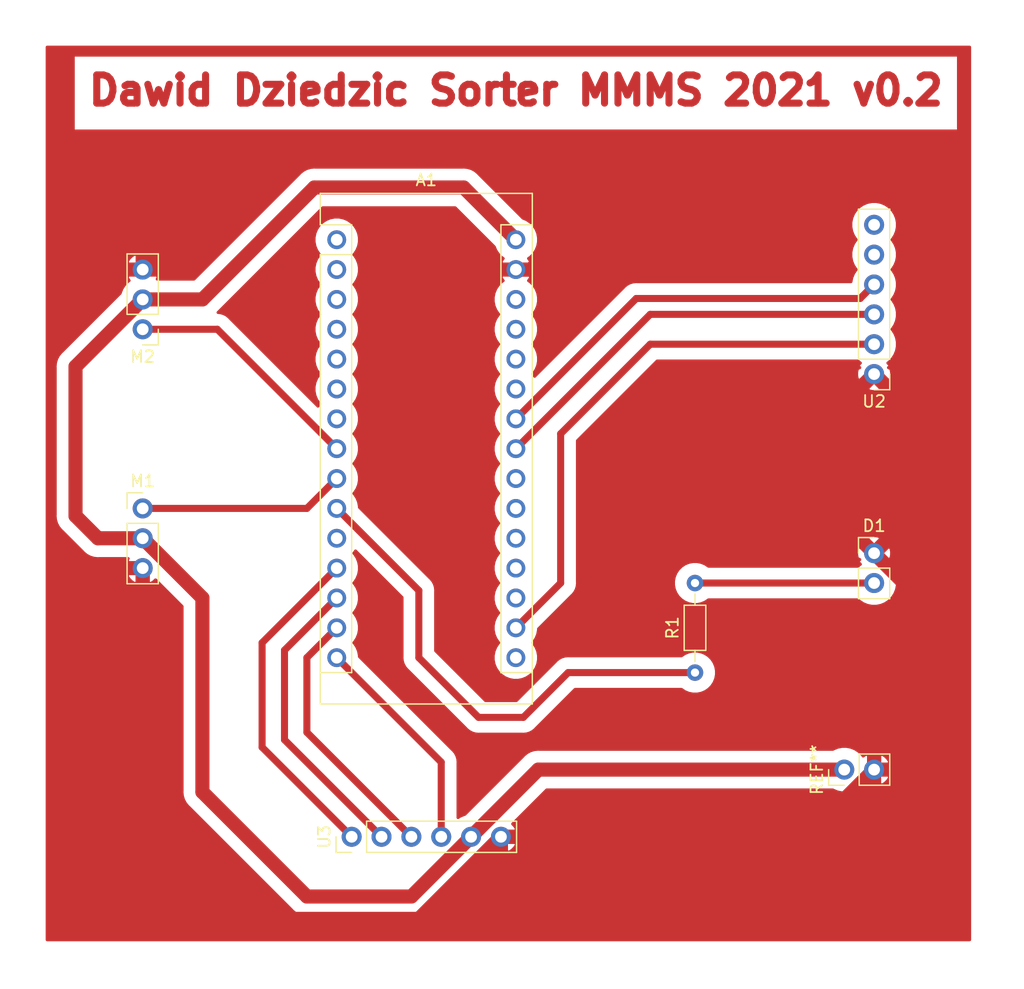
<source format=kicad_pcb>
(kicad_pcb (version 20171130) (host pcbnew 5.1.9)

  (general
    (thickness 1.6)
    (drawings 10)
    (tracks 65)
    (zones 0)
    (modules 8)
    (nets 33)
  )

  (page A4)
  (layers
    (0 F.Cu signal)
    (31 B.Cu signal)
    (32 B.Adhes user)
    (33 F.Adhes user)
    (34 B.Paste user)
    (35 F.Paste user)
    (36 B.SilkS user)
    (37 F.SilkS user)
    (38 B.Mask user)
    (39 F.Mask user)
    (40 Dwgs.User user)
    (41 Cmts.User user)
    (42 Eco1.User user)
    (43 Eco2.User user)
    (44 Edge.Cuts user)
    (45 Margin user)
    (46 B.CrtYd user)
    (47 F.CrtYd user)
    (48 B.Fab user)
    (49 F.Fab user)
  )

  (setup
    (last_trace_width 0.25)
    (user_trace_width 0.6)
    (user_trace_width 1)
    (user_trace_width 1.2)
    (trace_clearance 0.2)
    (zone_clearance 1)
    (zone_45_only no)
    (trace_min 0.2)
    (via_size 0.8)
    (via_drill 0.4)
    (via_min_size 0.4)
    (via_min_drill 0.3)
    (uvia_size 0.3)
    (uvia_drill 0.1)
    (uvias_allowed no)
    (uvia_min_size 0.2)
    (uvia_min_drill 0.1)
    (edge_width 0.1)
    (segment_width 0.2)
    (pcb_text_width 0.3)
    (pcb_text_size 1.5 1.5)
    (mod_edge_width 0.15)
    (mod_text_size 1 1)
    (mod_text_width 0.15)
    (pad_size 1.7 1.7)
    (pad_drill 1)
    (pad_to_mask_clearance 0)
    (aux_axis_origin 0 0)
    (visible_elements FFFFFF7F)
    (pcbplotparams
      (layerselection 0x00000_7fffffff)
      (usegerberextensions false)
      (usegerberattributes true)
      (usegerberadvancedattributes true)
      (creategerberjobfile true)
      (excludeedgelayer true)
      (linewidth 0.100000)
      (plotframeref false)
      (viasonmask false)
      (mode 1)
      (useauxorigin false)
      (hpglpennumber 1)
      (hpglpenspeed 20)
      (hpglpendiameter 15.000000)
      (psnegative false)
      (psa4output false)
      (plotreference true)
      (plotvalue true)
      (plotinvisibletext false)
      (padsonsilk false)
      (subtractmaskfromsilk false)
      (outputformat 1)
      (mirror false)
      (drillshape 0)
      (scaleselection 1)
      (outputdirectory "gerber/"))
  )

  (net 0 "")
  (net 1 "Net-(A1-Pad16)")
  (net 2 "Net-(A1-Pad15)")
  (net 3 +5V)
  (net 4 "Net-(A1-Pad14)")
  (net 5 GND)
  (net 6 "Net-(A1-Pad13)")
  (net 7 "Net-(A1-Pad28)")
  (net 8 "Net-(A1-Pad12)")
  (net 9 "Net-(A1-Pad27)")
  (net 10 "Net-(A1-Pad11)")
  (net 11 "Net-(A1-Pad26)")
  (net 12 "Net-(A1-Pad10)")
  (net 13 "Net-(A1-Pad25)")
  (net 14 "Net-(A1-Pad9)")
  (net 15 SCL)
  (net 16 "Net-(A1-Pad8)")
  (net 17 SDA)
  (net 18 "Net-(A1-Pad7)")
  (net 19 "Net-(A1-Pad22)")
  (net 20 "Net-(A1-Pad6)")
  (net 21 "Net-(A1-Pad21)")
  (net 22 "Net-(A1-Pad5)")
  (net 23 "Net-(A1-Pad20)")
  (net 24 "Net-(A1-Pad4)")
  (net 25 "Net-(A1-Pad19)")
  (net 26 "Net-(A1-Pad3)")
  (net 27 "Net-(A1-Pad18)")
  (net 28 "Net-(A1-Pad2)")
  (net 29 "Net-(A1-Pad17)")
  (net 30 "Net-(A1-Pad1)")
  (net 31 "Net-(D1-Pad2)")
  (net 32 "Net-(U2-Pad6)")

  (net_class Default "To jest domyślna klasa połączeń."
    (clearance 0.2)
    (trace_width 0.25)
    (via_dia 0.8)
    (via_drill 0.4)
    (uvia_dia 0.3)
    (uvia_drill 0.1)
    (add_net +5V)
    (add_net GND)
    (add_net "Net-(A1-Pad1)")
    (add_net "Net-(A1-Pad10)")
    (add_net "Net-(A1-Pad11)")
    (add_net "Net-(A1-Pad12)")
    (add_net "Net-(A1-Pad13)")
    (add_net "Net-(A1-Pad14)")
    (add_net "Net-(A1-Pad15)")
    (add_net "Net-(A1-Pad16)")
    (add_net "Net-(A1-Pad17)")
    (add_net "Net-(A1-Pad18)")
    (add_net "Net-(A1-Pad19)")
    (add_net "Net-(A1-Pad2)")
    (add_net "Net-(A1-Pad20)")
    (add_net "Net-(A1-Pad21)")
    (add_net "Net-(A1-Pad22)")
    (add_net "Net-(A1-Pad25)")
    (add_net "Net-(A1-Pad26)")
    (add_net "Net-(A1-Pad27)")
    (add_net "Net-(A1-Pad28)")
    (add_net "Net-(A1-Pad3)")
    (add_net "Net-(A1-Pad4)")
    (add_net "Net-(A1-Pad5)")
    (add_net "Net-(A1-Pad6)")
    (add_net "Net-(A1-Pad7)")
    (add_net "Net-(A1-Pad8)")
    (add_net "Net-(A1-Pad9)")
    (add_net "Net-(D1-Pad2)")
    (add_net "Net-(U2-Pad6)")
    (add_net SCL)
    (add_net SDA)
  )

  (module Connector_PinHeader_2.54mm:PinHeader_1x06_P2.54mm_Vertical (layer F.Cu) (tedit 609691F4) (tstamp 60959F80)
    (at 175.895 69.85 180)
    (descr "Through hole straight pin header, 1x06, 2.54mm pitch, single row")
    (tags "Through hole pin header THT 1x06 2.54mm single row")
    (path /609193B8)
    (fp_text reference U2 (at 0 -2.33) (layer F.SilkS)
      (effects (font (size 1 1) (thickness 0.15)))
    )
    (fp_text value APDS-9960 (at 0 15.03) (layer F.Fab)
      (effects (font (size 1 1) (thickness 0.15)))
    )
    (fp_line (start -0.635 -1.27) (end 1.27 -1.27) (layer F.Fab) (width 0.1))
    (fp_line (start 1.27 -1.27) (end 1.27 13.97) (layer F.Fab) (width 0.1))
    (fp_line (start 1.27 13.97) (end -1.27 13.97) (layer F.Fab) (width 0.1))
    (fp_line (start -1.27 13.97) (end -1.27 -0.635) (layer F.Fab) (width 0.1))
    (fp_line (start -1.27 -0.635) (end -0.635 -1.27) (layer F.Fab) (width 0.1))
    (fp_line (start -1.33 14.03) (end 1.33 14.03) (layer F.SilkS) (width 0.12))
    (fp_line (start -1.33 1.27) (end -1.33 14.03) (layer F.SilkS) (width 0.12))
    (fp_line (start 1.33 1.27) (end 1.33 14.03) (layer F.SilkS) (width 0.12))
    (fp_line (start -1.33 1.27) (end 1.33 1.27) (layer F.SilkS) (width 0.12))
    (fp_line (start -1.33 0) (end -1.33 -1.33) (layer F.SilkS) (width 0.12))
    (fp_line (start -1.33 -1.33) (end 0 -1.33) (layer F.SilkS) (width 0.12))
    (fp_line (start -1.8 -1.8) (end -1.8 14.5) (layer F.CrtYd) (width 0.05))
    (fp_line (start -1.8 14.5) (end 1.8 14.5) (layer F.CrtYd) (width 0.05))
    (fp_line (start 1.8 14.5) (end 1.8 -1.8) (layer F.CrtYd) (width 0.05))
    (fp_line (start 1.8 -1.8) (end -1.8 -1.8) (layer F.CrtYd) (width 0.05))
    (fp_text user %R (at 0 6.35 90) (layer F.Fab)
      (effects (font (size 1 1) (thickness 0.15)))
    )
    (pad 6 thru_hole oval (at 0 12.7 180) (size 1.7 1.7) (drill 1) (layers *.Cu *.Mask)
      (net 32 "Net-(U2-Pad6)"))
    (pad 5 thru_hole oval (at 0 10.16 180) (size 1.7 1.7) (drill 1) (layers *.Cu *.Mask))
    (pad 4 thru_hole oval (at 0 7.62 180) (size 1.7 1.7) (drill 1) (layers *.Cu *.Mask)
      (net 15 SCL))
    (pad 3 thru_hole oval (at 0 5.08 180) (size 1.7 1.7) (drill 1) (layers *.Cu *.Mask)
      (net 17 SDA))
    (pad 2 thru_hole oval (at 0 2.54 180) (size 1.7 1.7) (drill 1) (layers *.Cu *.Mask)
      (net 29 "Net-(A1-Pad17)"))
    (pad 1 thru_hole circle (at 0 0 180) (size 1.7 1.7) (drill 1) (layers *.Cu *.Mask)
      (net 5 GND))
    (model ${KISYS3DMOD}/Connector_PinHeader_2.54mm.3dshapes/PinHeader_1x06_P2.54mm_Vertical.wrl
      (at (xyz 0 0 0))
      (scale (xyz 1 1 1))
      (rotate (xyz 0 0 0))
    )
  )

  (module Module:Arduino_Nano (layer F.Cu) (tedit 60959B52) (tstamp 60959F13)
    (at 130.175 58.42)
    (descr "Arduino Nano, http://www.mouser.com/pdfdocs/Gravitech_Arduino_Nano3_0.pdf")
    (tags "Arduino Nano")
    (path /609156FA)
    (fp_text reference A1 (at 7.62 -5.08) (layer F.SilkS)
      (effects (font (size 1 1) (thickness 0.15)))
    )
    (fp_text value Arduino_Nano_v3.x (at 8.89 19.05 90) (layer F.Fab)
      (effects (font (size 1 1) (thickness 0.15)))
    )
    (fp_line (start 1.27 1.27) (end 1.27 -1.27) (layer F.SilkS) (width 0.12))
    (fp_line (start 1.27 -1.27) (end -1.4 -1.27) (layer F.SilkS) (width 0.12))
    (fp_line (start -1.4 1.27) (end -1.4 39.5) (layer F.SilkS) (width 0.12))
    (fp_line (start -1.4 -3.94) (end -1.4 -1.27) (layer F.SilkS) (width 0.12))
    (fp_line (start 13.97 -1.27) (end 16.64 -1.27) (layer F.SilkS) (width 0.12))
    (fp_line (start 13.97 -1.27) (end 13.97 36.83) (layer F.SilkS) (width 0.12))
    (fp_line (start 13.97 36.83) (end 16.64 36.83) (layer F.SilkS) (width 0.12))
    (fp_line (start 1.27 1.27) (end -1.4 1.27) (layer F.SilkS) (width 0.12))
    (fp_line (start 1.27 1.27) (end 1.27 36.83) (layer F.SilkS) (width 0.12))
    (fp_line (start 1.27 36.83) (end -1.4 36.83) (layer F.SilkS) (width 0.12))
    (fp_line (start 3.81 31.75) (end 11.43 31.75) (layer F.Fab) (width 0.1))
    (fp_line (start 11.43 31.75) (end 11.43 41.91) (layer F.Fab) (width 0.1))
    (fp_line (start 11.43 41.91) (end 3.81 41.91) (layer F.Fab) (width 0.1))
    (fp_line (start 3.81 41.91) (end 3.81 31.75) (layer F.Fab) (width 0.1))
    (fp_line (start -1.4 39.5) (end 16.64 39.5) (layer F.SilkS) (width 0.12))
    (fp_line (start 16.64 39.5) (end 16.64 -3.94) (layer F.SilkS) (width 0.12))
    (fp_line (start 16.64 -3.94) (end -1.4 -3.94) (layer F.SilkS) (width 0.12))
    (fp_line (start 16.51 39.37) (end -1.27 39.37) (layer F.Fab) (width 0.1))
    (fp_line (start -1.27 39.37) (end -1.27 -2.54) (layer F.Fab) (width 0.1))
    (fp_line (start -1.27 -2.54) (end 0 -3.81) (layer F.Fab) (width 0.1))
    (fp_line (start 0 -3.81) (end 16.51 -3.81) (layer F.Fab) (width 0.1))
    (fp_line (start 16.51 -3.81) (end 16.51 39.37) (layer F.Fab) (width 0.1))
    (fp_line (start -1.53 -4.06) (end 16.75 -4.06) (layer F.CrtYd) (width 0.05))
    (fp_line (start -1.53 -4.06) (end -1.53 42.16) (layer F.CrtYd) (width 0.05))
    (fp_line (start 16.75 42.16) (end 16.75 -4.06) (layer F.CrtYd) (width 0.05))
    (fp_line (start 16.75 42.16) (end -1.53 42.16) (layer F.CrtYd) (width 0.05))
    (fp_text user %R (at 6.35 19.05 90) (layer F.Fab)
      (effects (font (size 1 1) (thickness 0.15)))
    )
    (pad 16 thru_hole oval (at 15.24 35.56) (size 1.6 1.6) (drill 1) (layers *.Cu *.Mask)
      (net 1 "Net-(A1-Pad16)"))
    (pad 15 thru_hole oval (at 0 35.56) (size 1.6 1.6) (drill 1) (layers *.Cu *.Mask)
      (net 2 "Net-(A1-Pad15)"))
    (pad 30 thru_hole oval (at 15.24 0) (size 1.6 1.6) (drill 1) (layers *.Cu *.Mask)
      (net 3 +5V))
    (pad 14 thru_hole oval (at 0 33.02) (size 1.6 1.6) (drill 1) (layers *.Cu *.Mask)
      (net 4 "Net-(A1-Pad14)"))
    (pad 29 thru_hole oval (at 15.24 2.54) (size 1.6 1.6) (drill 1) (layers *.Cu *.Mask)
      (net 5 GND))
    (pad 13 thru_hole oval (at 0 30.48) (size 1.6 1.6) (drill 1) (layers *.Cu *.Mask)
      (net 6 "Net-(A1-Pad13)"))
    (pad 28 thru_hole oval (at 15.24 5.08) (size 1.6 1.6) (drill 1) (layers *.Cu *.Mask)
      (net 7 "Net-(A1-Pad28)"))
    (pad 12 thru_hole oval (at 0 27.94) (size 1.6 1.6) (drill 1) (layers *.Cu *.Mask)
      (net 8 "Net-(A1-Pad12)"))
    (pad 27 thru_hole oval (at 15.24 7.62) (size 1.6 1.6) (drill 1) (layers *.Cu *.Mask)
      (net 9 "Net-(A1-Pad27)"))
    (pad 11 thru_hole oval (at 0 25.4) (size 1.6 1.6) (drill 1) (layers *.Cu *.Mask)
      (net 10 "Net-(A1-Pad11)"))
    (pad 26 thru_hole oval (at 15.24 10.16) (size 1.6 1.6) (drill 1) (layers *.Cu *.Mask)
      (net 11 "Net-(A1-Pad26)"))
    (pad 10 thru_hole oval (at 0 22.86) (size 1.6 1.6) (drill 1) (layers *.Cu *.Mask)
      (net 12 "Net-(A1-Pad10)"))
    (pad 25 thru_hole oval (at 15.24 12.7) (size 1.6 1.6) (drill 1) (layers *.Cu *.Mask)
      (net 13 "Net-(A1-Pad25)"))
    (pad 9 thru_hole oval (at 0 20.32) (size 1.6 1.6) (drill 1) (layers *.Cu *.Mask)
      (net 14 "Net-(A1-Pad9)"))
    (pad 24 thru_hole oval (at 15.24 15.24) (size 1.6 1.6) (drill 1) (layers *.Cu *.Mask)
      (net 15 SCL))
    (pad 8 thru_hole oval (at 0 17.78) (size 1.6 1.6) (drill 1) (layers *.Cu *.Mask)
      (net 16 "Net-(A1-Pad8)"))
    (pad 23 thru_hole oval (at 15.24 17.78) (size 1.6 1.6) (drill 1) (layers *.Cu *.Mask)
      (net 17 SDA))
    (pad 7 thru_hole oval (at 0 15.24) (size 1.6 1.6) (drill 1) (layers *.Cu *.Mask)
      (net 18 "Net-(A1-Pad7)"))
    (pad 22 thru_hole oval (at 15.24 20.32) (size 1.6 1.6) (drill 1) (layers *.Cu *.Mask)
      (net 19 "Net-(A1-Pad22)"))
    (pad 6 thru_hole oval (at 0 12.7) (size 1.6 1.6) (drill 1) (layers *.Cu *.Mask)
      (net 20 "Net-(A1-Pad6)"))
    (pad 21 thru_hole oval (at 15.24 22.86) (size 1.6 1.6) (drill 1) (layers *.Cu *.Mask)
      (net 21 "Net-(A1-Pad21)"))
    (pad 5 thru_hole oval (at 0 10.16) (size 1.6 1.6) (drill 1) (layers *.Cu *.Mask)
      (net 22 "Net-(A1-Pad5)"))
    (pad 20 thru_hole oval (at 15.24 25.4) (size 1.6 1.6) (drill 1) (layers *.Cu *.Mask)
      (net 23 "Net-(A1-Pad20)"))
    (pad 4 thru_hole oval (at 0 7.62) (size 1.6 1.6) (drill 1) (layers *.Cu *.Mask)
      (net 24 "Net-(A1-Pad4)"))
    (pad 19 thru_hole oval (at 15.24 27.94) (size 1.6 1.6) (drill 1) (layers *.Cu *.Mask)
      (net 25 "Net-(A1-Pad19)"))
    (pad 3 thru_hole oval (at 0 5.08) (size 1.6 1.6) (drill 1) (layers *.Cu *.Mask)
      (net 26 "Net-(A1-Pad3)"))
    (pad 18 thru_hole oval (at 15.24 30.48) (size 1.6 1.6) (drill 1) (layers *.Cu *.Mask)
      (net 27 "Net-(A1-Pad18)"))
    (pad 2 thru_hole oval (at 0 2.54) (size 1.6 1.6) (drill 1) (layers *.Cu *.Mask)
      (net 28 "Net-(A1-Pad2)"))
    (pad 17 thru_hole oval (at 15.24 33.02) (size 1.6 1.6) (drill 1) (layers *.Cu *.Mask)
      (net 29 "Net-(A1-Pad17)"))
    (pad 1 thru_hole circle (at 0 0) (size 1.6 1.6) (drill 1) (layers *.Cu *.Mask)
      (net 30 "Net-(A1-Pad1)"))
    (model ${KISYS3DMOD}/Module.3dshapes/Arduino_Nano_WithMountingHoles.wrl
      (at (xyz 0 0 0))
      (scale (xyz 1 1 1))
      (rotate (xyz 0 0 0))
    )
  )

  (module Resistor_THT:R_Axial_DIN0204_L3.6mm_D1.6mm_P7.62mm_Horizontal (layer F.Cu) (tedit 5AE5139B) (tstamp 60964341)
    (at 160.655 95.25 90)
    (descr "Resistor, Axial_DIN0204 series, Axial, Horizontal, pin pitch=7.62mm, 0.167W, length*diameter=3.6*1.6mm^2, http://cdn-reichelt.de/documents/datenblatt/B400/1_4W%23YAG.pdf")
    (tags "Resistor Axial_DIN0204 series Axial Horizontal pin pitch 7.62mm 0.167W length 3.6mm diameter 1.6mm")
    (path /6091E471)
    (fp_text reference R1 (at 3.81 -1.92 90) (layer F.SilkS)
      (effects (font (size 1 1) (thickness 0.15)))
    )
    (fp_text value 180R (at 3.81 1.92 90) (layer F.Fab)
      (effects (font (size 1 1) (thickness 0.15)))
    )
    (fp_line (start 8.57 -1.05) (end -0.95 -1.05) (layer F.CrtYd) (width 0.05))
    (fp_line (start 8.57 1.05) (end 8.57 -1.05) (layer F.CrtYd) (width 0.05))
    (fp_line (start -0.95 1.05) (end 8.57 1.05) (layer F.CrtYd) (width 0.05))
    (fp_line (start -0.95 -1.05) (end -0.95 1.05) (layer F.CrtYd) (width 0.05))
    (fp_line (start 6.68 0) (end 5.73 0) (layer F.SilkS) (width 0.12))
    (fp_line (start 0.94 0) (end 1.89 0) (layer F.SilkS) (width 0.12))
    (fp_line (start 5.73 -0.92) (end 1.89 -0.92) (layer F.SilkS) (width 0.12))
    (fp_line (start 5.73 0.92) (end 5.73 -0.92) (layer F.SilkS) (width 0.12))
    (fp_line (start 1.89 0.92) (end 5.73 0.92) (layer F.SilkS) (width 0.12))
    (fp_line (start 1.89 -0.92) (end 1.89 0.92) (layer F.SilkS) (width 0.12))
    (fp_line (start 7.62 0) (end 5.61 0) (layer F.Fab) (width 0.1))
    (fp_line (start 0 0) (end 2.01 0) (layer F.Fab) (width 0.1))
    (fp_line (start 5.61 -0.8) (end 2.01 -0.8) (layer F.Fab) (width 0.1))
    (fp_line (start 5.61 0.8) (end 5.61 -0.8) (layer F.Fab) (width 0.1))
    (fp_line (start 2.01 0.8) (end 5.61 0.8) (layer F.Fab) (width 0.1))
    (fp_line (start 2.01 -0.8) (end 2.01 0.8) (layer F.Fab) (width 0.1))
    (fp_text user %R (at 3.81 0 90) (layer F.Fab)
      (effects (font (size 0.72 0.72) (thickness 0.108)))
    )
    (pad 2 thru_hole oval (at 7.62 0 90) (size 1.4 1.4) (drill 0.7) (layers *.Cu *.Mask)
      (net 31 "Net-(D1-Pad2)"))
    (pad 1 thru_hole circle (at 0 0 90) (size 1.4 1.4) (drill 0.7) (layers *.Cu *.Mask)
      (net 12 "Net-(A1-Pad10)"))
    (model ${KISYS3DMOD}/Resistor_THT.3dshapes/R_Axial_DIN0204_L3.6mm_D1.6mm_P7.62mm_Horizontal.wrl
      (at (xyz 0 0 0))
      (scale (xyz 1 1 1))
      (rotate (xyz 0 0 0))
    )
  )

  (module Connector_PinHeader_2.54mm:PinHeader_1x03_P2.54mm_Vertical (layer F.Cu) (tedit 60959B4B) (tstamp 60959F57)
    (at 113.665 66.04 180)
    (descr "Through hole straight pin header, 1x03, 2.54mm pitch, single row")
    (tags "Through hole pin header THT 1x03 2.54mm single row")
    (path /6092B85C)
    (fp_text reference M2 (at 0 -2.33) (layer F.SilkS)
      (effects (font (size 1 1) (thickness 0.15)))
    )
    (fp_text value "Latch Servo" (at 0 7.41) (layer F.Fab)
      (effects (font (size 1 1) (thickness 0.15)))
    )
    (fp_line (start -0.635 -1.27) (end 1.27 -1.27) (layer F.Fab) (width 0.1))
    (fp_line (start 1.27 -1.27) (end 1.27 6.35) (layer F.Fab) (width 0.1))
    (fp_line (start 1.27 6.35) (end -1.27 6.35) (layer F.Fab) (width 0.1))
    (fp_line (start -1.27 6.35) (end -1.27 -0.635) (layer F.Fab) (width 0.1))
    (fp_line (start -1.27 -0.635) (end -0.635 -1.27) (layer F.Fab) (width 0.1))
    (fp_line (start -1.33 6.41) (end 1.33 6.41) (layer F.SilkS) (width 0.12))
    (fp_line (start -1.33 1.27) (end -1.33 6.41) (layer F.SilkS) (width 0.12))
    (fp_line (start 1.33 1.27) (end 1.33 6.41) (layer F.SilkS) (width 0.12))
    (fp_line (start -1.33 1.27) (end 1.33 1.27) (layer F.SilkS) (width 0.12))
    (fp_line (start -1.33 0) (end -1.33 -1.33) (layer F.SilkS) (width 0.12))
    (fp_line (start -1.33 -1.33) (end 0 -1.33) (layer F.SilkS) (width 0.12))
    (fp_line (start -1.8 -1.8) (end -1.8 6.85) (layer F.CrtYd) (width 0.05))
    (fp_line (start -1.8 6.85) (end 1.8 6.85) (layer F.CrtYd) (width 0.05))
    (fp_line (start 1.8 6.85) (end 1.8 -1.8) (layer F.CrtYd) (width 0.05))
    (fp_line (start 1.8 -1.8) (end -1.8 -1.8) (layer F.CrtYd) (width 0.05))
    (fp_text user %R (at 0 2.54 90) (layer F.Fab)
      (effects (font (size 1 1) (thickness 0.15)))
    )
    (pad 3 thru_hole oval (at 0 5.08 180) (size 1.7 1.7) (drill 1) (layers *.Cu *.Mask)
      (net 5 GND))
    (pad 2 thru_hole oval (at 0 2.54 180) (size 1.7 1.7) (drill 1) (layers *.Cu *.Mask)
      (net 3 +5V))
    (pad 1 thru_hole circle (at 0 0 180) (size 1.7 1.7) (drill 1) (layers *.Cu *.Mask)
      (net 16 "Net-(A1-Pad8)"))
    (model ${KISYS3DMOD}/Connector_PinHeader_2.54mm.3dshapes/PinHeader_1x03_P2.54mm_Vertical.wrl
      (at (xyz 0 0 0))
      (scale (xyz 1 1 1))
      (rotate (xyz 0 0 0))
    )
  )

  (module Connector_PinHeader_2.54mm:PinHeader_1x02_P2.54mm_Vertical (layer F.Cu) (tedit 60959B37) (tstamp 60979DC6)
    (at 173.355 103.505 90)
    (descr "Through hole straight pin header, 1x02, 2.54mm pitch, single row")
    (tags "Through hole pin header THT 1x02 2.54mm single row")
    (fp_text reference REF** (at 0 -2.33 90) (layer F.SilkS)
      (effects (font (size 1 1) (thickness 0.15)))
    )
    (fp_text value PinHeader_1x02_P2.54mm_Vertical (at 0 4.87 90) (layer F.Fab)
      (effects (font (size 1 1) (thickness 0.15)))
    )
    (fp_line (start -0.635 -1.27) (end 1.27 -1.27) (layer F.Fab) (width 0.1))
    (fp_line (start 1.27 -1.27) (end 1.27 3.81) (layer F.Fab) (width 0.1))
    (fp_line (start 1.27 3.81) (end -1.27 3.81) (layer F.Fab) (width 0.1))
    (fp_line (start -1.27 3.81) (end -1.27 -0.635) (layer F.Fab) (width 0.1))
    (fp_line (start -1.27 -0.635) (end -0.635 -1.27) (layer F.Fab) (width 0.1))
    (fp_line (start -1.33 3.87) (end 1.33 3.87) (layer F.SilkS) (width 0.12))
    (fp_line (start -1.33 1.27) (end -1.33 3.87) (layer F.SilkS) (width 0.12))
    (fp_line (start 1.33 1.27) (end 1.33 3.87) (layer F.SilkS) (width 0.12))
    (fp_line (start -1.33 1.27) (end 1.33 1.27) (layer F.SilkS) (width 0.12))
    (fp_line (start -1.33 0) (end -1.33 -1.33) (layer F.SilkS) (width 0.12))
    (fp_line (start -1.33 -1.33) (end 0 -1.33) (layer F.SilkS) (width 0.12))
    (fp_line (start -1.8 -1.8) (end -1.8 4.35) (layer F.CrtYd) (width 0.05))
    (fp_line (start -1.8 4.35) (end 1.8 4.35) (layer F.CrtYd) (width 0.05))
    (fp_line (start 1.8 4.35) (end 1.8 -1.8) (layer F.CrtYd) (width 0.05))
    (fp_line (start 1.8 -1.8) (end -1.8 -1.8) (layer F.CrtYd) (width 0.05))
    (fp_text user %R (at 0 1.27) (layer F.Fab)
      (effects (font (size 1 1) (thickness 0.15)))
    )
    (pad 2 thru_hole oval (at 0 2.54 90) (size 1.7 1.7) (drill 1) (layers *.Cu *.Mask)
      (net 5 GND))
    (pad 1 thru_hole circle (at 0 0 90) (size 1.7 1.7) (drill 1) (layers *.Cu *.Mask)
      (net 3 +5V))
    (model ${KISYS3DMOD}/Connector_PinHeader_2.54mm.3dshapes/PinHeader_1x02_P2.54mm_Vertical.wrl
      (at (xyz 0 0 0))
      (scale (xyz 1 1 1))
      (rotate (xyz 0 0 0))
    )
  )

  (module Connector_PinHeader_2.54mm:PinHeader_1x06_P2.54mm_Vertical (layer F.Cu) (tedit 60959B3F) (tstamp 60959F9A)
    (at 131.445 109.22 90)
    (descr "Through hole straight pin header, 1x06, 2.54mm pitch, single row")
    (tags "Through hole pin header THT 1x06 2.54mm single row")
    (path /6091B346)
    (fp_text reference U3 (at 0 -2.33 90) (layer F.SilkS)
      (effects (font (size 1 1) (thickness 0.15)))
    )
    (fp_text value ULN2003 (at 0 15.03 90) (layer F.Fab)
      (effects (font (size 1 1) (thickness 0.15)))
    )
    (fp_line (start -0.635 -1.27) (end 1.27 -1.27) (layer F.Fab) (width 0.1))
    (fp_line (start 1.27 -1.27) (end 1.27 13.97) (layer F.Fab) (width 0.1))
    (fp_line (start 1.27 13.97) (end -1.27 13.97) (layer F.Fab) (width 0.1))
    (fp_line (start -1.27 13.97) (end -1.27 -0.635) (layer F.Fab) (width 0.1))
    (fp_line (start -1.27 -0.635) (end -0.635 -1.27) (layer F.Fab) (width 0.1))
    (fp_line (start -1.33 14.03) (end 1.33 14.03) (layer F.SilkS) (width 0.12))
    (fp_line (start -1.33 1.27) (end -1.33 14.03) (layer F.SilkS) (width 0.12))
    (fp_line (start 1.33 1.27) (end 1.33 14.03) (layer F.SilkS) (width 0.12))
    (fp_line (start -1.33 1.27) (end 1.33 1.27) (layer F.SilkS) (width 0.12))
    (fp_line (start -1.33 0) (end -1.33 -1.33) (layer F.SilkS) (width 0.12))
    (fp_line (start -1.33 -1.33) (end 0 -1.33) (layer F.SilkS) (width 0.12))
    (fp_line (start -1.8 -1.8) (end -1.8 14.5) (layer F.CrtYd) (width 0.05))
    (fp_line (start -1.8 14.5) (end 1.8 14.5) (layer F.CrtYd) (width 0.05))
    (fp_line (start 1.8 14.5) (end 1.8 -1.8) (layer F.CrtYd) (width 0.05))
    (fp_line (start 1.8 -1.8) (end -1.8 -1.8) (layer F.CrtYd) (width 0.05))
    (fp_text user %R (at 0 6.35) (layer F.Fab)
      (effects (font (size 1 1) (thickness 0.15)))
    )
    (pad 6 thru_hole oval (at 0 12.7 90) (size 1.7 1.7) (drill 1) (layers *.Cu *.Mask)
      (net 5 GND))
    (pad 5 thru_hole oval (at 0 10.16 90) (size 1.7 1.7) (drill 1) (layers *.Cu *.Mask)
      (net 3 +5V))
    (pad 4 thru_hole oval (at 0 7.62 90) (size 1.7 1.7) (drill 1) (layers *.Cu *.Mask)
      (net 2 "Net-(A1-Pad15)"))
    (pad 3 thru_hole oval (at 0 5.08 90) (size 1.7 1.7) (drill 1) (layers *.Cu *.Mask)
      (net 4 "Net-(A1-Pad14)"))
    (pad 2 thru_hole oval (at 0 2.54 90) (size 1.7 1.7) (drill 1) (layers *.Cu *.Mask)
      (net 6 "Net-(A1-Pad13)"))
    (pad 1 thru_hole circle (at 0 0 90) (size 1.7 1.7) (drill 1) (layers *.Cu *.Mask)
      (net 8 "Net-(A1-Pad12)"))
    (model ${KISYS3DMOD}/Connector_PinHeader_2.54mm.3dshapes/PinHeader_1x06_P2.54mm_Vertical.wrl
      (at (xyz 0 0 0))
      (scale (xyz 1 1 1))
      (rotate (xyz 0 0 0))
    )
  )

  (module Connector_PinHeader_2.54mm:PinHeader_1x03_P2.54mm_Vertical (layer F.Cu) (tedit 60959B45) (tstamp 60959F40)
    (at 113.665 81.28)
    (descr "Through hole straight pin header, 1x03, 2.54mm pitch, single row")
    (tags "Through hole pin header THT 1x03 2.54mm single row")
    (path /6092E47B)
    (fp_text reference M1 (at 0 -2.33) (layer F.SilkS)
      (effects (font (size 1 1) (thickness 0.15)))
    )
    (fp_text value "Director Servo" (at 0 7.41) (layer F.Fab)
      (effects (font (size 1 1) (thickness 0.15)))
    )
    (fp_line (start -0.635 -1.27) (end 1.27 -1.27) (layer F.Fab) (width 0.1))
    (fp_line (start 1.27 -1.27) (end 1.27 6.35) (layer F.Fab) (width 0.1))
    (fp_line (start 1.27 6.35) (end -1.27 6.35) (layer F.Fab) (width 0.1))
    (fp_line (start -1.27 6.35) (end -1.27 -0.635) (layer F.Fab) (width 0.1))
    (fp_line (start -1.27 -0.635) (end -0.635 -1.27) (layer F.Fab) (width 0.1))
    (fp_line (start -1.33 6.41) (end 1.33 6.41) (layer F.SilkS) (width 0.12))
    (fp_line (start -1.33 1.27) (end -1.33 6.41) (layer F.SilkS) (width 0.12))
    (fp_line (start 1.33 1.27) (end 1.33 6.41) (layer F.SilkS) (width 0.12))
    (fp_line (start -1.33 1.27) (end 1.33 1.27) (layer F.SilkS) (width 0.12))
    (fp_line (start -1.33 0) (end -1.33 -1.33) (layer F.SilkS) (width 0.12))
    (fp_line (start -1.33 -1.33) (end 0 -1.33) (layer F.SilkS) (width 0.12))
    (fp_line (start -1.8 -1.8) (end -1.8 6.85) (layer F.CrtYd) (width 0.05))
    (fp_line (start -1.8 6.85) (end 1.8 6.85) (layer F.CrtYd) (width 0.05))
    (fp_line (start 1.8 6.85) (end 1.8 -1.8) (layer F.CrtYd) (width 0.05))
    (fp_line (start 1.8 -1.8) (end -1.8 -1.8) (layer F.CrtYd) (width 0.05))
    (fp_text user %R (at 0 2.54 90) (layer F.Fab)
      (effects (font (size 1 1) (thickness 0.15)))
    )
    (pad 3 thru_hole oval (at 0 5.08) (size 1.7 1.7) (drill 1) (layers *.Cu *.Mask)
      (net 5 GND))
    (pad 2 thru_hole oval (at 0 2.54) (size 1.7 1.7) (drill 1) (layers *.Cu *.Mask)
      (net 3 +5V))
    (pad 1 thru_hole circle (at 0 0) (size 1.7 1.7) (drill 1) (layers *.Cu *.Mask)
      (net 14 "Net-(A1-Pad9)"))
    (model ${KISYS3DMOD}/Connector_PinHeader_2.54mm.3dshapes/PinHeader_1x03_P2.54mm_Vertical.wrl
      (at (xyz 0 0 0))
      (scale (xyz 1 1 1))
      (rotate (xyz 0 0 0))
    )
  )

  (module Connector_PinHeader_2.54mm:PinHeader_1x02_P2.54mm_Vertical (layer F.Cu) (tedit 60959B5F) (tstamp 60959F29)
    (at 175.895 85.09)
    (descr "Through hole straight pin header, 1x02, 2.54mm pitch, single row")
    (tags "Through hole pin header THT 1x02 2.54mm single row")
    (path /6091F016)
    (fp_text reference D1 (at 0 -2.33) (layer F.SilkS)
      (effects (font (size 1 1) (thickness 0.15)))
    )
    (fp_text value LED (at 0 4.87) (layer F.Fab)
      (effects (font (size 1 1) (thickness 0.15)))
    )
    (fp_line (start -0.635 -1.27) (end 1.27 -1.27) (layer F.Fab) (width 0.1))
    (fp_line (start 1.27 -1.27) (end 1.27 3.81) (layer F.Fab) (width 0.1))
    (fp_line (start 1.27 3.81) (end -1.27 3.81) (layer F.Fab) (width 0.1))
    (fp_line (start -1.27 3.81) (end -1.27 -0.635) (layer F.Fab) (width 0.1))
    (fp_line (start -1.27 -0.635) (end -0.635 -1.27) (layer F.Fab) (width 0.1))
    (fp_line (start -1.33 3.87) (end 1.33 3.87) (layer F.SilkS) (width 0.12))
    (fp_line (start -1.33 1.27) (end -1.33 3.87) (layer F.SilkS) (width 0.12))
    (fp_line (start 1.33 1.27) (end 1.33 3.87) (layer F.SilkS) (width 0.12))
    (fp_line (start -1.33 1.27) (end 1.33 1.27) (layer F.SilkS) (width 0.12))
    (fp_line (start -1.33 0) (end -1.33 -1.33) (layer F.SilkS) (width 0.12))
    (fp_line (start -1.33 -1.33) (end 0 -1.33) (layer F.SilkS) (width 0.12))
    (fp_line (start -1.8 -1.8) (end -1.8 4.35) (layer F.CrtYd) (width 0.05))
    (fp_line (start -1.8 4.35) (end 1.8 4.35) (layer F.CrtYd) (width 0.05))
    (fp_line (start 1.8 4.35) (end 1.8 -1.8) (layer F.CrtYd) (width 0.05))
    (fp_line (start 1.8 -1.8) (end -1.8 -1.8) (layer F.CrtYd) (width 0.05))
    (fp_text user %R (at 0 1.27 90) (layer F.Fab)
      (effects (font (size 1 1) (thickness 0.15)))
    )
    (pad 2 thru_hole oval (at 0 2.54) (size 1.7 1.7) (drill 1) (layers *.Cu *.Mask)
      (net 31 "Net-(D1-Pad2)"))
    (pad 1 thru_hole circle (at 0 0) (size 1.7 1.7) (drill 1) (layers *.Cu *.Mask)
      (net 5 GND))
    (model ${KISYS3DMOD}/Connector_PinHeader_2.54mm.3dshapes/PinHeader_1x02_P2.54mm_Vertical.wrl
      (at (xyz 0 0 0))
      (scale (xyz 1 1 1))
      (rotate (xyz 0 0 0))
    )
  )

  (gr_text "Dawid Dziedzic Sorter MMMS 2021 v0.2" (at 145.415 45.72) (layer F.Cu)
    (effects (font (size 2.4 2.4) (thickness 0.6)))
  )
  (gr_line (start 184.15 41.91) (end 105.41 41.91) (layer Dwgs.User) (width 0.15) (tstamp 60979C7B))
  (gr_line (start 184.15 118.11) (end 184.15 41.91) (layer Dwgs.User) (width 0.15))
  (gr_line (start 105.41 118.11) (end 184.15 118.11) (layer Dwgs.User) (width 0.15))
  (gr_line (start 105.41 41.91) (end 105.41 118.11) (layer Dwgs.User) (width 0.15))
  (gr_line (start 101.6 122.1105) (end 101.6 116.84) (layer Dwgs.User) (width 0.15))
  (gr_line (start 188.595 122.1105) (end 101.6 122.1105) (layer Dwgs.User) (width 0.15))
  (gr_line (start 188.595 38.1) (end 188.595 122.1105) (layer Dwgs.User) (width 0.15))
  (gr_line (start 101.6 38.1) (end 188.595 38.1) (layer Dwgs.User) (width 0.15))
  (gr_line (start 101.6 116.84) (end 101.6 38.1) (layer Dwgs.User) (width 0.15) (tstamp 60959AEE))

  (segment (start 139.065 102.87) (end 130.175 93.98) (width 0.6) (layer F.Cu) (net 2))
  (segment (start 139.065 109.22) (end 139.065 102.87) (width 0.6) (layer F.Cu) (net 2))
  (segment (start 141.605 109.22) (end 136.525 114.3) (width 1.2) (layer F.Cu) (net 3))
  (segment (start 136.525 114.3) (end 127.635 114.3) (width 1.2) (layer F.Cu) (net 3))
  (segment (start 127.635 114.3) (end 118.745 105.41) (width 1.2) (layer F.Cu) (net 3))
  (segment (start 118.745 88.9) (end 113.665 83.82) (width 1.2) (layer F.Cu) (net 3))
  (segment (start 118.745 105.41) (end 118.745 88.9) (width 1.2) (layer F.Cu) (net 3))
  (segment (start 113.665 83.82) (end 109.855 83.82) (width 1.2) (layer F.Cu) (net 3))
  (segment (start 109.855 83.82) (end 107.95 81.915) (width 1.2) (layer F.Cu) (net 3))
  (segment (start 107.95 69.215) (end 113.665 63.5) (width 1.2) (layer F.Cu) (net 3))
  (segment (start 107.95 81.915) (end 107.95 69.215) (width 1.2) (layer F.Cu) (net 3))
  (segment (start 113.665 63.5) (end 118.745 63.5) (width 1.2) (layer F.Cu) (net 3))
  (segment (start 118.745 63.5) (end 128.27 53.975) (width 1.2) (layer F.Cu) (net 3))
  (segment (start 140.97 53.975) (end 145.415 58.42) (width 1.2) (layer F.Cu) (net 3))
  (segment (start 128.27 53.975) (end 140.97 53.975) (width 1.2) (layer F.Cu) (net 3))
  (segment (start 147.32 103.505) (end 141.605 109.22) (width 1.2) (layer F.Cu) (net 3))
  (segment (start 173.355 103.505) (end 147.32 103.505) (width 1.2) (layer F.Cu) (net 3))
  (segment (start 136.525 109.22) (end 127.635 100.33) (width 0.6) (layer F.Cu) (net 4))
  (segment (start 127.635 93.98) (end 130.175 91.44) (width 0.6) (layer F.Cu) (net 4))
  (segment (start 127.635 100.33) (end 127.635 93.98) (width 0.6) (layer F.Cu) (net 4))
  (segment (start 144.145 109.22) (end 137.16 116.205) (width 1.2) (layer F.Cu) (net 5))
  (segment (start 137.16 116.205) (end 123.825 116.205) (width 1.2) (layer F.Cu) (net 5))
  (segment (start 113.665 106.045) (end 113.665 86.36) (width 1.2) (layer F.Cu) (net 5))
  (segment (start 123.825 116.205) (end 113.665 106.045) (width 1.2) (layer F.Cu) (net 5))
  (segment (start 175.895 103.505) (end 175.895 96.52) (width 1.2) (layer F.Cu) (net 5))
  (segment (start 175.895 96.52) (end 180.34 92.075) (width 1.2) (layer F.Cu) (net 5))
  (segment (start 180.34 89.535) (end 175.895 85.09) (width 1.2) (layer F.Cu) (net 5))
  (segment (start 180.34 92.075) (end 180.34 89.535) (width 1.2) (layer F.Cu) (net 5))
  (segment (start 180.34 74.295) (end 175.895 69.85) (width 1.2) (layer F.Cu) (net 5))
  (segment (start 180.34 89.535) (end 180.34 74.295) (width 1.2) (layer F.Cu) (net 5))
  (segment (start 113.665 60.96) (end 123.19 51.435) (width 1.2) (layer F.Cu) (net 5))
  (segment (start 180.34 54.61) (end 180.34 74.295) (width 1.2) (layer F.Cu) (net 5))
  (segment (start 177.165 51.435) (end 180.34 54.61) (width 1.2) (layer F.Cu) (net 5))
  (segment (start 146.685 60.96) (end 156.21 51.435) (width 1.2) (layer F.Cu) (net 5))
  (segment (start 145.415 60.96) (end 146.685 60.96) (width 1.2) (layer F.Cu) (net 5))
  (segment (start 156.21 51.435) (end 177.165 51.435) (width 1.2) (layer F.Cu) (net 5))
  (segment (start 123.19 51.435) (end 156.21 51.435) (width 1.2) (layer F.Cu) (net 5))
  (segment (start 170.18 109.22) (end 175.895 103.505) (width 1.2) (layer F.Cu) (net 5))
  (segment (start 144.145 109.22) (end 170.18 109.22) (width 1.2) (layer F.Cu) (net 5))
  (segment (start 133.985 109.22) (end 125.73 100.965) (width 0.6) (layer F.Cu) (net 6))
  (segment (start 125.73 93.345) (end 130.175 88.9) (width 0.6) (layer F.Cu) (net 6))
  (segment (start 125.73 100.965) (end 125.73 93.345) (width 0.6) (layer F.Cu) (net 6))
  (segment (start 131.445 109.22) (end 123.825 101.6) (width 0.6) (layer F.Cu) (net 8))
  (segment (start 123.825 92.71) (end 130.175 86.36) (width 0.6) (layer F.Cu) (net 8))
  (segment (start 123.825 101.6) (end 123.825 92.71) (width 0.6) (layer F.Cu) (net 8))
  (segment (start 137.16 88.265) (end 130.175 81.28) (width 0.6) (layer F.Cu) (net 12))
  (segment (start 137.16 93.98) (end 137.16 88.265) (width 0.6) (layer F.Cu) (net 12))
  (segment (start 142.24 99.06) (end 137.16 93.98) (width 0.6) (layer F.Cu) (net 12))
  (segment (start 146.05 99.06) (end 142.24 99.06) (width 0.6) (layer F.Cu) (net 12))
  (segment (start 149.86 95.25) (end 146.05 99.06) (width 0.6) (layer F.Cu) (net 12))
  (segment (start 160.655 95.25) (end 149.86 95.25) (width 0.6) (layer F.Cu) (net 12))
  (segment (start 127.635 81.28) (end 130.175 78.74) (width 0.6) (layer F.Cu) (net 14))
  (segment (start 113.665 81.28) (end 127.635 81.28) (width 0.6) (layer F.Cu) (net 14))
  (segment (start 174.705001 63.419999) (end 175.895 62.23) (width 0.6) (layer F.Cu) (net 15))
  (segment (start 155.655001 63.419999) (end 174.705001 63.419999) (width 0.6) (layer F.Cu) (net 15))
  (segment (start 145.415 73.66) (end 155.655001 63.419999) (width 0.6) (layer F.Cu) (net 15))
  (segment (start 120.015 66.04) (end 130.175 76.2) (width 0.6) (layer F.Cu) (net 16))
  (segment (start 113.665 66.04) (end 120.015 66.04) (width 0.6) (layer F.Cu) (net 16))
  (segment (start 156.845 64.77) (end 175.895 64.77) (width 0.6) (layer F.Cu) (net 17))
  (segment (start 145.415 76.2) (end 156.845 64.77) (width 0.6) (layer F.Cu) (net 17))
  (segment (start 145.415 91.44) (end 149.225 87.63) (width 0.6) (layer F.Cu) (net 29))
  (segment (start 149.225 87.63) (end 149.225 74.93) (width 0.6) (layer F.Cu) (net 29))
  (segment (start 156.845 67.31) (end 175.895 67.31) (width 0.6) (layer F.Cu) (net 29))
  (segment (start 149.225 74.93) (end 156.845 67.31) (width 0.6) (layer F.Cu) (net 29))
  (segment (start 175.895 87.63) (end 160.655 87.63) (width 0.6) (layer F.Cu) (net 31))

  (zone (net 5) (net_name GND) (layer F.Cu) (tstamp 0) (hatch edge 0.508)
    (connect_pads (clearance 1))
    (min_thickness 0.254)
    (fill yes (arc_segments 32) (thermal_gap 0.508) (thermal_bridge_width 1.2))
    (polygon
      (pts
        (xy 184.15 118.11) (xy 105.41 118.11) (xy 105.41 41.91) (xy 184.15 41.91)
      )
    )
    (filled_polygon
      (pts
        (xy 184.023 117.983) (xy 105.537 117.983) (xy 105.537 87.047382) (xy 112.348668 87.047382) (xy 112.362135 87.072615)
        (xy 112.526194 87.313099) (xy 112.734016 87.516956) (xy 112.977615 87.676351) (xy 113.192 87.608925) (xy 113.192 86.833)
        (xy 112.425964 86.833) (xy 112.348668 87.047382) (xy 105.537 87.047382) (xy 105.537 69.215) (xy 106.214644 69.215)
        (xy 106.223001 69.299848) (xy 106.223 81.830162) (xy 106.214644 81.915) (xy 106.223 81.999838) (xy 106.223 81.99984)
        (xy 106.247988 82.25355) (xy 106.34674 82.579091) (xy 106.507104 82.879111) (xy 106.722918 83.142082) (xy 106.788822 83.196168)
        (xy 108.573834 84.981181) (xy 108.627918 85.047082) (xy 108.693817 85.101164) (xy 108.693818 85.101165) (xy 108.890887 85.262896)
        (xy 109.064392 85.355636) (xy 109.190908 85.42326) (xy 109.516449 85.522012) (xy 109.770159 85.547) (xy 109.770161 85.547)
        (xy 109.855 85.555356) (xy 109.939838 85.547) (xy 112.430618 85.547) (xy 112.362135 85.647385) (xy 112.348668 85.672618)
        (xy 112.425964 85.887) (xy 113.192 85.887) (xy 113.192 85.867) (xy 113.269654 85.867) (xy 114.158 86.755346)
        (xy 114.158 86.833) (xy 114.138 86.833) (xy 114.138 87.608925) (xy 114.352385 87.676351) (xy 114.595984 87.516956)
        (xy 114.759355 87.356702) (xy 117.018001 89.615348) (xy 117.018 105.325162) (xy 117.009644 105.41) (xy 117.018 105.494838)
        (xy 117.018 105.49484) (xy 117.042988 105.74855) (xy 117.14174 106.074091) (xy 117.302104 106.374111) (xy 117.517918 106.637082)
        (xy 117.583822 106.691168) (xy 126.353836 115.461183) (xy 126.407918 115.527082) (xy 126.473817 115.581164) (xy 126.473818 115.581165)
        (xy 126.670887 115.742896) (xy 126.970906 115.903259) (xy 126.970908 115.90326) (xy 127.296449 116.002012) (xy 127.550159 116.027)
        (xy 127.550161 116.027) (xy 127.635 116.035356) (xy 127.719838 116.027) (xy 136.440162 116.027) (xy 136.525 116.035356)
        (xy 136.609838 116.027) (xy 136.609841 116.027) (xy 136.863551 116.002012) (xy 137.189092 115.90326) (xy 137.489112 115.742896)
        (xy 137.752082 115.527082) (xy 137.806168 115.461178) (xy 142.137545 111.129802) (xy 142.18167 111.121025) (xy 142.541461 110.971995)
        (xy 142.865264 110.755636) (xy 143.140636 110.480264) (xy 143.212433 110.372813) (xy 143.432385 110.522865) (xy 143.457618 110.536332)
        (xy 143.672 110.459036) (xy 143.672 109.693) (xy 144.618 109.693) (xy 144.618 110.459036) (xy 144.832382 110.536332)
        (xy 144.857615 110.522865) (xy 145.098099 110.358806) (xy 145.301956 110.150984) (xy 145.461351 109.907385) (xy 145.393925 109.693)
        (xy 144.618 109.693) (xy 143.672 109.693) (xy 143.652 109.693) (xy 143.652 109.615346) (xy 144.540346 108.727)
        (xy 144.618 108.727) (xy 144.618 108.747) (xy 145.393925 108.747) (xy 145.461351 108.532615) (xy 145.301956 108.289016)
        (xy 145.141702 108.125645) (xy 148.035347 105.232) (xy 172.381131 105.232) (xy 172.418539 105.256995) (xy 172.77833 105.406025)
        (xy 173.160282 105.482) (xy 173.549718 105.482) (xy 173.93167 105.406025) (xy 174.291461 105.256995) (xy 174.615264 105.040636)
        (xy 174.890636 104.765264) (xy 174.962433 104.657813) (xy 175.182385 104.807865) (xy 175.207618 104.821332) (xy 175.422 104.744036)
        (xy 175.422 103.978) (xy 176.368 103.978) (xy 176.368 104.744036) (xy 176.582382 104.821332) (xy 176.607615 104.807865)
        (xy 176.848099 104.643806) (xy 177.051956 104.435984) (xy 177.211351 104.192385) (xy 177.143925 103.978) (xy 176.368 103.978)
        (xy 175.422 103.978) (xy 175.402 103.978) (xy 175.402 103.032) (xy 175.422 103.032) (xy 175.422 102.265964)
        (xy 176.368 102.265964) (xy 176.368 103.032) (xy 177.143925 103.032) (xy 177.211351 102.817615) (xy 177.051956 102.574016)
        (xy 176.848099 102.366194) (xy 176.607615 102.202135) (xy 176.582382 102.188668) (xy 176.368 102.265964) (xy 175.422 102.265964)
        (xy 175.207618 102.188668) (xy 175.182385 102.202135) (xy 174.962433 102.352187) (xy 174.890636 102.244736) (xy 174.615264 101.969364)
        (xy 174.291461 101.753005) (xy 173.93167 101.603975) (xy 173.549718 101.528) (xy 173.160282 101.528) (xy 172.77833 101.603975)
        (xy 172.418539 101.753005) (xy 172.381131 101.778) (xy 147.404841 101.778) (xy 147.32 101.769644) (xy 146.981448 101.802988)
        (xy 146.655908 101.90174) (xy 146.355887 102.062104) (xy 146.158818 102.223835) (xy 146.092918 102.277918) (xy 146.038836 102.343817)
        (xy 141.072456 107.310198) (xy 141.02833 107.318975) (xy 140.668539 107.468005) (xy 140.492 107.585965) (xy 140.492 102.94009)
        (xy 140.498903 102.87) (xy 140.492 102.79991) (xy 140.492 102.799902) (xy 140.471352 102.590259) (xy 140.464764 102.568539)
        (xy 140.413305 102.398904) (xy 140.389755 102.321269) (xy 140.257248 102.073366) (xy 140.123608 101.910525) (xy 140.123605 101.910522)
        (xy 140.078923 101.856077) (xy 140.024478 101.811395) (xy 132.102 93.888918) (xy 132.102 93.790207) (xy 132.027947 93.417915)
        (xy 131.882685 93.067223) (xy 131.671799 92.751609) (xy 131.63019 92.71) (xy 131.671799 92.668391) (xy 131.882685 92.352777)
        (xy 132.027947 92.002085) (xy 132.102 91.629793) (xy 132.102 91.250207) (xy 132.027947 90.877915) (xy 131.882685 90.527223)
        (xy 131.671799 90.211609) (xy 131.63019 90.17) (xy 131.671799 90.128391) (xy 131.882685 89.812777) (xy 132.027947 89.462085)
        (xy 132.102 89.089793) (xy 132.102 88.710207) (xy 132.027947 88.337915) (xy 131.882685 87.987223) (xy 131.671799 87.671609)
        (xy 131.63019 87.63) (xy 131.671799 87.588391) (xy 131.882685 87.272777) (xy 132.027947 86.922085) (xy 132.102 86.549793)
        (xy 132.102 86.170207) (xy 132.027947 85.797915) (xy 131.882685 85.447223) (xy 131.671799 85.131609) (xy 131.63019 85.09)
        (xy 131.671799 85.048391) (xy 131.773341 84.896423) (xy 135.733001 88.856084) (xy 135.733 93.909912) (xy 135.726097 93.98)
        (xy 135.733 94.050088) (xy 135.733 94.050097) (xy 135.753648 94.25974) (xy 135.835245 94.52873) (xy 135.967752 94.776633)
        (xy 135.967753 94.776634) (xy 136.101392 94.939474) (xy 136.101395 94.939477) (xy 136.146077 94.993922) (xy 136.200523 95.038605)
        (xy 141.181395 100.019478) (xy 141.226077 100.073923) (xy 141.280522 100.118605) (xy 141.280525 100.118608) (xy 141.371963 100.193649)
        (xy 141.443366 100.252248) (xy 141.691269 100.384755) (xy 141.878661 100.4416) (xy 141.960258 100.466352) (xy 141.984474 100.468737)
        (xy 142.169902 100.487) (xy 142.16991 100.487) (xy 142.24 100.493903) (xy 142.31009 100.487) (xy 145.979912 100.487)
        (xy 146.05 100.493903) (xy 146.120088 100.487) (xy 146.120098 100.487) (xy 146.329741 100.466352) (xy 146.598731 100.384755)
        (xy 146.846634 100.252248) (xy 147.063923 100.073923) (xy 147.108609 100.019473) (xy 150.451083 96.677) (xy 159.502142 96.677)
        (xy 159.789591 96.869066) (xy 160.122084 97.006789) (xy 160.475056 97.077) (xy 160.834944 97.077) (xy 161.187916 97.006789)
        (xy 161.520409 96.869066) (xy 161.819645 96.669124) (xy 162.074124 96.414645) (xy 162.274066 96.115409) (xy 162.411789 95.782916)
        (xy 162.482 95.429944) (xy 162.482 95.070056) (xy 162.411789 94.717084) (xy 162.274066 94.384591) (xy 162.074124 94.085355)
        (xy 161.819645 93.830876) (xy 161.520409 93.630934) (xy 161.187916 93.493211) (xy 160.834944 93.423) (xy 160.475056 93.423)
        (xy 160.122084 93.493211) (xy 159.789591 93.630934) (xy 159.502142 93.823) (xy 149.93009 93.823) (xy 149.86 93.816097)
        (xy 149.78991 93.823) (xy 149.789902 93.823) (xy 149.604474 93.841263) (xy 149.580258 93.843648) (xy 149.498661 93.8684)
        (xy 149.311269 93.925245) (xy 149.20883 93.98) (xy 149.063365 94.057752) (xy 148.900525 94.191392) (xy 148.900522 94.191395)
        (xy 148.846077 94.236077) (xy 148.801395 94.290522) (xy 145.458918 97.633) (xy 142.831083 97.633) (xy 138.587 93.388918)
        (xy 138.587 88.33509) (xy 138.593903 88.265) (xy 138.587 88.19491) (xy 138.587 88.194902) (xy 138.568737 88.009474)
        (xy 138.566352 87.985258) (xy 138.5416 87.903661) (xy 138.484755 87.716269) (xy 138.352248 87.468366) (xy 138.230056 87.319475)
        (xy 138.218608 87.305525) (xy 138.218605 87.305522) (xy 138.173923 87.251077) (xy 138.119478 87.206395) (xy 132.102 81.188918)
        (xy 132.102 81.090207) (xy 132.027947 80.717915) (xy 131.882685 80.367223) (xy 131.671799 80.051609) (xy 131.63019 80.01)
        (xy 131.671799 79.968391) (xy 131.882685 79.652777) (xy 132.027947 79.302085) (xy 132.102 78.929793) (xy 132.102 78.550207)
        (xy 132.027947 78.177915) (xy 131.882685 77.827223) (xy 131.671799 77.511609) (xy 131.63019 77.47) (xy 131.671799 77.428391)
        (xy 131.882685 77.112777) (xy 132.027947 76.762085) (xy 132.102 76.389793) (xy 132.102 76.010207) (xy 132.027947 75.637915)
        (xy 131.882685 75.287223) (xy 131.671799 74.971609) (xy 131.63019 74.93) (xy 131.671799 74.888391) (xy 131.882685 74.572777)
        (xy 132.027947 74.222085) (xy 132.102 73.849793) (xy 132.102 73.470207) (xy 132.027947 73.097915) (xy 131.882685 72.747223)
        (xy 131.671799 72.431609) (xy 131.63019 72.39) (xy 131.671799 72.348391) (xy 131.882685 72.032777) (xy 132.027947 71.682085)
        (xy 132.102 71.309793) (xy 132.102 70.930207) (xy 132.027947 70.557915) (xy 131.882685 70.207223) (xy 131.671799 69.891609)
        (xy 131.63019 69.85) (xy 131.671799 69.808391) (xy 131.882685 69.492777) (xy 132.027947 69.142085) (xy 132.102 68.769793)
        (xy 132.102 68.390207) (xy 132.027947 68.017915) (xy 131.882685 67.667223) (xy 131.671799 67.351609) (xy 131.63019 67.31)
        (xy 131.671799 67.268391) (xy 131.882685 66.952777) (xy 132.027947 66.602085) (xy 132.102 66.229793) (xy 132.102 65.850207)
        (xy 132.027947 65.477915) (xy 131.882685 65.127223) (xy 131.671799 64.811609) (xy 131.63019 64.77) (xy 131.671799 64.728391)
        (xy 131.882685 64.412777) (xy 132.027947 64.062085) (xy 132.102 63.689793) (xy 132.102 63.310207) (xy 143.488 63.310207)
        (xy 143.488 63.689793) (xy 143.562053 64.062085) (xy 143.707315 64.412777) (xy 143.918201 64.728391) (xy 143.95981 64.77)
        (xy 143.918201 64.811609) (xy 143.707315 65.127223) (xy 143.562053 65.477915) (xy 143.488 65.850207) (xy 143.488 66.229793)
        (xy 143.562053 66.602085) (xy 143.707315 66.952777) (xy 143.918201 67.268391) (xy 143.95981 67.31) (xy 143.918201 67.351609)
        (xy 143.707315 67.667223) (xy 143.562053 68.017915) (xy 143.488 68.390207) (xy 143.488 68.769793) (xy 143.562053 69.142085)
        (xy 143.707315 69.492777) (xy 143.918201 69.808391) (xy 143.95981 69.85) (xy 143.918201 69.891609) (xy 143.707315 70.207223)
        (xy 143.562053 70.557915) (xy 143.488 70.930207) (xy 143.488 71.309793) (xy 143.562053 71.682085) (xy 143.707315 72.032777)
        (xy 143.918201 72.348391) (xy 143.95981 72.39) (xy 143.918201 72.431609) (xy 143.707315 72.747223) (xy 143.562053 73.097915)
        (xy 143.488 73.470207) (xy 143.488 73.849793) (xy 143.562053 74.222085) (xy 143.707315 74.572777) (xy 143.918201 74.888391)
        (xy 143.95981 74.93) (xy 143.918201 74.971609) (xy 143.707315 75.287223) (xy 143.562053 75.637915) (xy 143.488 76.010207)
        (xy 143.488 76.389793) (xy 143.562053 76.762085) (xy 143.707315 77.112777) (xy 143.918201 77.428391) (xy 143.95981 77.47)
        (xy 143.918201 77.511609) (xy 143.707315 77.827223) (xy 143.562053 78.177915) (xy 143.488 78.550207) (xy 143.488 78.929793)
        (xy 143.562053 79.302085) (xy 143.707315 79.652777) (xy 143.918201 79.968391) (xy 143.95981 80.01) (xy 143.918201 80.051609)
        (xy 143.707315 80.367223) (xy 143.562053 80.717915) (xy 143.488 81.090207) (xy 143.488 81.469793) (xy 143.562053 81.842085)
        (xy 143.707315 82.192777) (xy 143.918201 82.508391) (xy 143.95981 82.55) (xy 143.918201 82.591609) (xy 143.707315 82.907223)
        (xy 143.562053 83.257915) (xy 143.488 83.630207) (xy 143.488 84.009793) (xy 143.562053 84.382085) (xy 143.707315 84.732777)
        (xy 143.918201 85.048391) (xy 143.95981 85.09) (xy 143.918201 85.131609) (xy 143.707315 85.447223) (xy 143.562053 85.797915)
        (xy 143.488 86.170207) (xy 143.488 86.549793) (xy 143.562053 86.922085) (xy 143.707315 87.272777) (xy 143.918201 87.588391)
        (xy 143.95981 87.63) (xy 143.918201 87.671609) (xy 143.707315 87.987223) (xy 143.562053 88.337915) (xy 143.488 88.710207)
        (xy 143.488 89.089793) (xy 143.562053 89.462085) (xy 143.707315 89.812777) (xy 143.918201 90.128391) (xy 143.95981 90.17)
        (xy 143.918201 90.211609) (xy 143.707315 90.527223) (xy 143.562053 90.877915) (xy 143.488 91.250207) (xy 143.488 91.629793)
        (xy 143.562053 92.002085) (xy 143.707315 92.352777) (xy 143.918201 92.668391) (xy 143.95981 92.71) (xy 143.918201 92.751609)
        (xy 143.707315 93.067223) (xy 143.562053 93.417915) (xy 143.488 93.790207) (xy 143.488 94.169793) (xy 143.562053 94.542085)
        (xy 143.707315 94.892777) (xy 143.918201 95.208391) (xy 144.186609 95.476799) (xy 144.502223 95.687685) (xy 144.852915 95.832947)
        (xy 145.225207 95.907) (xy 145.604793 95.907) (xy 145.977085 95.832947) (xy 146.327777 95.687685) (xy 146.643391 95.476799)
        (xy 146.911799 95.208391) (xy 147.122685 94.892777) (xy 147.267947 94.542085) (xy 147.342 94.169793) (xy 147.342 93.790207)
        (xy 147.267947 93.417915) (xy 147.122685 93.067223) (xy 146.911799 92.751609) (xy 146.87019 92.71) (xy 146.911799 92.668391)
        (xy 147.122685 92.352777) (xy 147.267947 92.002085) (xy 147.342 91.629793) (xy 147.342 91.531082) (xy 150.184482 88.6886)
        (xy 150.238922 88.643923) (xy 150.283601 88.589482) (xy 150.283608 88.589475) (xy 150.417248 88.426635) (xy 150.549754 88.178732)
        (xy 150.549755 88.178731) (xy 150.608444 87.985258) (xy 150.631352 87.909742) (xy 150.650407 87.716268) (xy 150.652 87.700098)
        (xy 150.652 87.70009) (xy 150.658903 87.63) (xy 150.652 87.55991) (xy 150.652 87.450056) (xy 158.828 87.450056)
        (xy 158.828 87.809944) (xy 158.898211 88.162916) (xy 159.035934 88.495409) (xy 159.235876 88.794645) (xy 159.490355 89.049124)
        (xy 159.789591 89.249066) (xy 160.122084 89.386789) (xy 160.475056 89.457) (xy 160.834944 89.457) (xy 161.187916 89.386789)
        (xy 161.520409 89.249066) (xy 161.807858 89.057) (xy 174.5261 89.057) (xy 174.634736 89.165636) (xy 174.958539 89.381995)
        (xy 175.31833 89.531025) (xy 175.700282 89.607) (xy 176.089718 89.607) (xy 176.47167 89.531025) (xy 176.831461 89.381995)
        (xy 177.155264 89.165636) (xy 177.430636 88.890264) (xy 177.646995 88.566461) (xy 177.796025 88.20667) (xy 177.872 87.824718)
        (xy 177.872 87.435282) (xy 177.796025 87.05333) (xy 177.646995 86.693539) (xy 177.430636 86.369736) (xy 177.155264 86.094364)
        (xy 177.062212 86.032188) (xy 177.284163 85.810237) (xy 177.11103 85.637104) (xy 177.317971 85.539189) (xy 177.378261 85.25295)
        (xy 177.381551 84.96045) (xy 177.327713 84.672927) (xy 177.317971 84.640811) (xy 177.111029 84.542895) (xy 176.563923 85.09)
        (xy 176.578066 85.104142) (xy 176.029208 85.653) (xy 175.760792 85.653) (xy 175.211934 85.104142) (xy 175.226077 85.09)
        (xy 174.678971 84.542895) (xy 174.472029 84.640811) (xy 174.411739 84.92705) (xy 174.408449 85.21955) (xy 174.462287 85.507073)
        (xy 174.472029 85.539189) (xy 174.67897 85.637104) (xy 174.505837 85.810237) (xy 174.727788 86.032188) (xy 174.634736 86.094364)
        (xy 174.5261 86.203) (xy 161.807858 86.203) (xy 161.520409 86.010934) (xy 161.187916 85.873211) (xy 160.834944 85.803)
        (xy 160.475056 85.803) (xy 160.122084 85.873211) (xy 159.789591 86.010934) (xy 159.490355 86.210876) (xy 159.235876 86.465355)
        (xy 159.035934 86.764591) (xy 158.898211 87.097084) (xy 158.828 87.450056) (xy 150.652 87.450056) (xy 150.652 83.873971)
        (xy 175.347895 83.873971) (xy 175.895 84.421077) (xy 176.442105 83.873971) (xy 176.344189 83.667029) (xy 176.05795 83.606739)
        (xy 175.76545 83.603449) (xy 175.477927 83.657287) (xy 175.445811 83.667029) (xy 175.347895 83.873971) (xy 150.652 83.873971)
        (xy 150.652 75.521082) (xy 155.107053 71.066029) (xy 175.347895 71.066029) (xy 175.445811 71.272971) (xy 175.73205 71.333261)
        (xy 176.02455 71.336551) (xy 176.312073 71.282713) (xy 176.344189 71.272971) (xy 176.442105 71.066029) (xy 175.895 70.518923)
        (xy 175.347895 71.066029) (xy 155.107053 71.066029) (xy 157.436082 68.737) (xy 174.5261 68.737) (xy 174.634736 68.845636)
        (xy 174.727788 68.907812) (xy 174.505837 69.129763) (xy 174.67897 69.302896) (xy 174.472029 69.400811) (xy 174.411739 69.68705)
        (xy 174.408449 69.97955) (xy 174.462287 70.267073) (xy 174.472029 70.299189) (xy 174.678971 70.397105) (xy 175.226077 69.85)
        (xy 175.211934 69.835858) (xy 175.760792 69.287) (xy 176.029208 69.287) (xy 176.578066 69.835858) (xy 176.563923 69.85)
        (xy 177.111029 70.397105) (xy 177.317971 70.299189) (xy 177.378261 70.01295) (xy 177.381551 69.72045) (xy 177.327713 69.432927)
        (xy 177.317971 69.400811) (xy 177.11103 69.302896) (xy 177.284163 69.129763) (xy 177.062212 68.907812) (xy 177.155264 68.845636)
        (xy 177.430636 68.570264) (xy 177.646995 68.246461) (xy 177.796025 67.88667) (xy 177.872 67.504718) (xy 177.872 67.115282)
        (xy 177.796025 66.73333) (xy 177.646995 66.373539) (xy 177.430636 66.049736) (xy 177.4209 66.04) (xy 177.430636 66.030264)
        (xy 177.646995 65.706461) (xy 177.796025 65.34667) (xy 177.872 64.964718) (xy 177.872 64.575282) (xy 177.796025 64.19333)
        (xy 177.646995 63.833539) (xy 177.430636 63.509736) (xy 177.4209 63.5) (xy 177.430636 63.490264) (xy 177.646995 63.166461)
        (xy 177.796025 62.80667) (xy 177.872 62.424718) (xy 177.872 62.035282) (xy 177.796025 61.65333) (xy 177.646995 61.293539)
        (xy 177.430636 60.969736) (xy 177.4209 60.96) (xy 177.430636 60.950264) (xy 177.646995 60.626461) (xy 177.796025 60.26667)
        (xy 177.872 59.884718) (xy 177.872 59.495282) (xy 177.796025 59.11333) (xy 177.646995 58.753539) (xy 177.430636 58.429736)
        (xy 177.4209 58.42) (xy 177.430636 58.410264) (xy 177.646995 58.086461) (xy 177.796025 57.72667) (xy 177.872 57.344718)
        (xy 177.872 56.955282) (xy 177.796025 56.57333) (xy 177.646995 56.213539) (xy 177.430636 55.889736) (xy 177.155264 55.614364)
        (xy 176.831461 55.398005) (xy 176.47167 55.248975) (xy 176.089718 55.173) (xy 175.700282 55.173) (xy 175.31833 55.248975)
        (xy 174.958539 55.398005) (xy 174.634736 55.614364) (xy 174.359364 55.889736) (xy 174.143005 56.213539) (xy 173.993975 56.57333)
        (xy 173.918 56.955282) (xy 173.918 57.344718) (xy 173.993975 57.72667) (xy 174.143005 58.086461) (xy 174.359364 58.410264)
        (xy 174.3691 58.42) (xy 174.359364 58.429736) (xy 174.143005 58.753539) (xy 173.993975 59.11333) (xy 173.918 59.495282)
        (xy 173.918 59.884718) (xy 173.993975 60.26667) (xy 174.143005 60.626461) (xy 174.359364 60.950264) (xy 174.3691 60.96)
        (xy 174.359364 60.969736) (xy 174.143005 61.293539) (xy 173.993975 61.65333) (xy 173.926411 61.992999) (xy 155.725088 61.992999)
        (xy 155.655 61.986096) (xy 155.584912 61.992999) (xy 155.584903 61.992999) (xy 155.37526 62.013647) (xy 155.10627 62.095244)
        (xy 154.858367 62.227751) (xy 154.641078 62.406076) (xy 154.596393 62.460525) (xy 147.013341 70.043577) (xy 146.911799 69.891609)
        (xy 146.87019 69.85) (xy 146.911799 69.808391) (xy 147.122685 69.492777) (xy 147.267947 69.142085) (xy 147.342 68.769793)
        (xy 147.342 68.390207) (xy 147.267947 68.017915) (xy 147.122685 67.667223) (xy 146.911799 67.351609) (xy 146.87019 67.31)
        (xy 146.911799 67.268391) (xy 147.122685 66.952777) (xy 147.267947 66.602085) (xy 147.342 66.229793) (xy 147.342 65.850207)
        (xy 147.267947 65.477915) (xy 147.122685 65.127223) (xy 146.911799 64.811609) (xy 146.87019 64.77) (xy 146.911799 64.728391)
        (xy 147.122685 64.412777) (xy 147.267947 64.062085) (xy 147.342 63.689793) (xy 147.342 63.310207) (xy 147.267947 62.937915)
        (xy 147.122685 62.587223) (xy 146.911799 62.271609) (xy 146.643391 62.003201) (xy 146.492195 61.902175) (xy 146.526192 61.868035)
        (xy 146.679132 61.639115) (xy 146.600363 61.433) (xy 145.888 61.433) (xy 145.888 61.453) (xy 144.942 61.453)
        (xy 144.942 61.433) (xy 144.229637 61.433) (xy 144.150868 61.639115) (xy 144.303808 61.868035) (xy 144.337805 61.902175)
        (xy 144.186609 62.003201) (xy 143.918201 62.271609) (xy 143.707315 62.587223) (xy 143.562053 62.937915) (xy 143.488 63.310207)
        (xy 132.102 63.310207) (xy 132.027947 62.937915) (xy 131.882685 62.587223) (xy 131.671799 62.271609) (xy 131.63019 62.23)
        (xy 131.671799 62.188391) (xy 131.882685 61.872777) (xy 132.027947 61.522085) (xy 132.102 61.149793) (xy 132.102 60.770207)
        (xy 132.027947 60.397915) (xy 131.882685 60.047223) (xy 131.671799 59.731609) (xy 131.63019 59.69) (xy 131.671799 59.648391)
        (xy 131.882685 59.332777) (xy 132.027947 58.982085) (xy 132.102 58.609793) (xy 132.102 58.230207) (xy 132.027947 57.857915)
        (xy 131.882685 57.507223) (xy 131.671799 57.191609) (xy 131.403391 56.923201) (xy 131.087777 56.712315) (xy 130.737085 56.567053)
        (xy 130.364793 56.493) (xy 129.985207 56.493) (xy 129.612915 56.567053) (xy 129.262223 56.712315) (xy 128.946609 56.923201)
        (xy 128.678201 57.191609) (xy 128.467315 57.507223) (xy 128.322053 57.857915) (xy 128.248 58.230207) (xy 128.248 58.609793)
        (xy 128.322053 58.982085) (xy 128.467315 59.332777) (xy 128.678201 59.648391) (xy 128.71981 59.69) (xy 128.678201 59.731609)
        (xy 128.467315 60.047223) (xy 128.322053 60.397915) (xy 128.248 60.770207) (xy 128.248 61.149793) (xy 128.322053 61.522085)
        (xy 128.467315 61.872777) (xy 128.678201 62.188391) (xy 128.71981 62.23) (xy 128.678201 62.271609) (xy 128.467315 62.587223)
        (xy 128.322053 62.937915) (xy 128.248 63.310207) (xy 128.248 63.689793) (xy 128.322053 64.062085) (xy 128.467315 64.412777)
        (xy 128.678201 64.728391) (xy 128.71981 64.77) (xy 128.678201 64.811609) (xy 128.467315 65.127223) (xy 128.322053 65.477915)
        (xy 128.248 65.850207) (xy 128.248 66.229793) (xy 128.322053 66.602085) (xy 128.467315 66.952777) (xy 128.678201 67.268391)
        (xy 128.71981 67.31) (xy 128.678201 67.351609) (xy 128.467315 67.667223) (xy 128.322053 68.017915) (xy 128.248 68.390207)
        (xy 128.248 68.769793) (xy 128.322053 69.142085) (xy 128.467315 69.492777) (xy 128.678201 69.808391) (xy 128.71981 69.85)
        (xy 128.678201 69.891609) (xy 128.467315 70.207223) (xy 128.322053 70.557915) (xy 128.248 70.930207) (xy 128.248 71.309793)
        (xy 128.322053 71.682085) (xy 128.467315 72.032777) (xy 128.678201 72.348391) (xy 128.71981 72.39) (xy 128.678201 72.431609)
        (xy 128.57666 72.583577) (xy 121.073609 65.080527) (xy 121.028923 65.026077) (xy 120.811634 64.847752) (xy 120.563731 64.715245)
        (xy 120.294741 64.633648) (xy 120.085098 64.613) (xy 120.085088 64.613) (xy 120.075309 64.612037) (xy 128.985346 55.702)
        (xy 140.254654 55.702) (xy 143.581367 59.028713) (xy 143.707315 59.332777) (xy 143.918201 59.648391) (xy 144.186609 59.916799)
        (xy 144.337805 60.017825) (xy 144.303808 60.051965) (xy 144.150868 60.280885) (xy 144.229637 60.487) (xy 144.942 60.487)
        (xy 144.942 60.467) (xy 145.888 60.467) (xy 145.888 60.487) (xy 146.600363 60.487) (xy 146.679132 60.280885)
        (xy 146.526192 60.051965) (xy 146.492195 60.017825) (xy 146.643391 59.916799) (xy 146.911799 59.648391) (xy 147.122685 59.332777)
        (xy 147.267947 58.982085) (xy 147.342 58.609793) (xy 147.342 58.230207) (xy 147.267947 57.857915) (xy 147.122685 57.507223)
        (xy 146.911799 57.191609) (xy 146.643391 56.923201) (xy 146.327777 56.712315) (xy 146.023713 56.586367) (xy 142.251168 52.813822)
        (xy 142.197082 52.747918) (xy 141.934112 52.532104) (xy 141.634092 52.37174) (xy 141.308551 52.272988) (xy 141.054841 52.248)
        (xy 141.054838 52.248) (xy 140.97 52.239644) (xy 140.885162 52.248) (xy 128.35483 52.248) (xy 128.269999 52.239645)
        (xy 128.185168 52.248) (xy 128.185159 52.248) (xy 127.931449 52.272988) (xy 127.605908 52.37174) (xy 127.305888 52.532104)
        (xy 127.042918 52.747918) (xy 126.988832 52.813822) (xy 118.029654 61.773) (xy 114.899382 61.773) (xy 114.967865 61.672615)
        (xy 114.981332 61.647382) (xy 114.904036 61.433) (xy 114.138 61.433) (xy 114.138 61.453) (xy 113.192 61.453)
        (xy 113.192 61.433) (xy 112.425964 61.433) (xy 112.348668 61.647382) (xy 112.362135 61.672615) (xy 112.512187 61.892567)
        (xy 112.404736 61.964364) (xy 112.129364 62.239736) (xy 111.913005 62.563539) (xy 111.763975 62.92333) (xy 111.755198 62.967455)
        (xy 106.788818 67.933836) (xy 106.722919 67.987918) (xy 106.668837 68.053817) (xy 106.668835 68.053819) (xy 106.507105 68.250888)
        (xy 106.346741 68.550908) (xy 106.247989 68.876449) (xy 106.214644 69.215) (xy 105.537 69.215) (xy 105.537 60.272618)
        (xy 112.348668 60.272618) (xy 112.425964 60.487) (xy 113.192 60.487) (xy 113.192 59.711075) (xy 114.138 59.711075)
        (xy 114.138 60.487) (xy 114.904036 60.487) (xy 114.981332 60.272618) (xy 114.967865 60.247385) (xy 114.803806 60.006901)
        (xy 114.595984 59.803044) (xy 114.352385 59.643649) (xy 114.138 59.711075) (xy 113.192 59.711075) (xy 112.977615 59.643649)
        (xy 112.734016 59.803044) (xy 112.526194 60.006901) (xy 112.362135 60.247385) (xy 112.348668 60.272618) (xy 105.537 60.272618)
        (xy 105.537 42.715) (xy 107.759429 42.715) (xy 107.759429 49.169) (xy 183.070572 49.169) (xy 183.070572 42.715)
        (xy 107.759429 42.715) (xy 105.537 42.715) (xy 105.537 42.037) (xy 184.023 42.037)
      )
    )
  )
)

</source>
